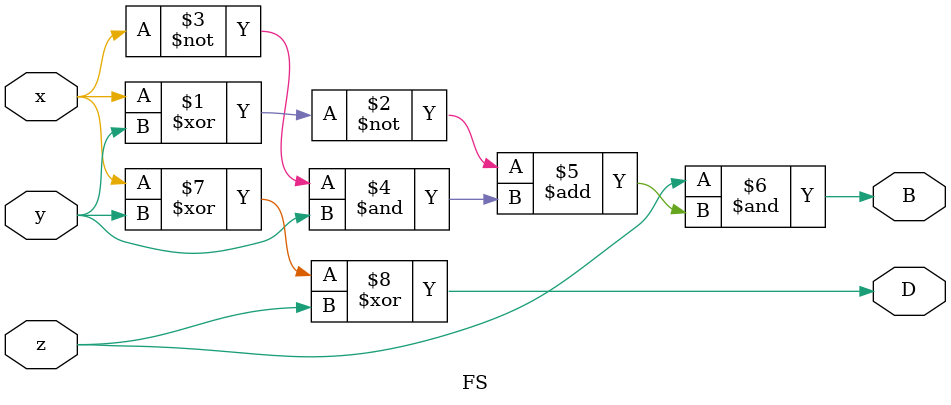
<source format=v>
`timescale 1ns / 1ps


module FS(
   x,
   y,
   z,
   B, //borrow
   D  //difference
    );
    
    output B;
    output D;
    input x;
    input y;
    input z;
    
    assign B = z&~(x^y)+(~x&y);
    assign D = x^y^z;
     
endmodule

</source>
